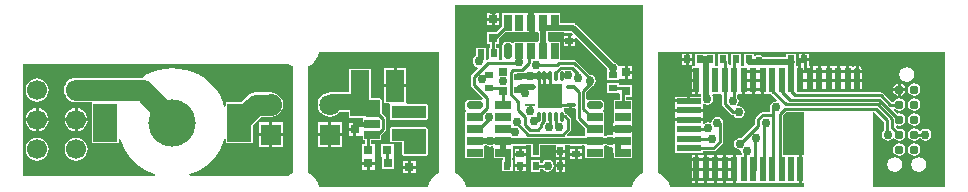
<source format=gtl>
G04 Layer_Physical_Order=1*
G04 Layer_Color=255*
%FSLAX25Y25*%
%MOIN*%
G70*
G01*
G75*
%ADD10O,0.01102X0.03347*%
%ADD11O,0.03347X0.01102*%
%ADD12R,0.03347X0.01102*%
%ADD13R,0.08071X0.08071*%
%ADD14C,0.03100*%
%ADD15R,0.05315X0.02559*%
G04:AMPARAMS|DCode=16|XSize=53.15mil|YSize=25.59mil|CornerRadius=6.4mil|HoleSize=0mil|Usage=FLASHONLY|Rotation=0.000|XOffset=0mil|YOffset=0mil|HoleType=Round|Shape=RoundedRectangle|*
%AMROUNDEDRECTD16*
21,1,0.05315,0.01280,0,0,0.0*
21,1,0.04035,0.02559,0,0,0.0*
1,1,0.01280,0.02018,-0.00640*
1,1,0.01280,-0.02018,-0.00640*
1,1,0.01280,-0.02018,0.00640*
1,1,0.01280,0.02018,0.00640*
%
%ADD16ROUNDEDRECTD16*%
%ADD17R,0.02165X0.03110*%
%ADD18R,0.03150X0.03150*%
%ADD19R,0.01969X0.08268*%
%ADD20R,0.08268X0.01969*%
G04:AMPARAMS|DCode=21|XSize=82.68mil|YSize=19.69mil|CornerRadius=4.92mil|HoleSize=0mil|Usage=FLASHONLY|Rotation=270.000|XOffset=0mil|YOffset=0mil|HoleType=Round|Shape=RoundedRectangle|*
%AMROUNDEDRECTD21*
21,1,0.08268,0.00984,0,0,270.0*
21,1,0.07284,0.01969,0,0,270.0*
1,1,0.00984,-0.00492,-0.03642*
1,1,0.00984,-0.00492,0.03642*
1,1,0.00984,0.00492,0.03642*
1,1,0.00984,0.00492,-0.03642*
%
%ADD21ROUNDEDRECTD21*%
%ADD22R,0.07992X0.12520*%
%ADD23C,0.15748*%
%ADD24R,0.06299X0.10630*%
%ADD25R,0.04724X0.03937*%
%ADD26R,0.03150X0.03150*%
%ADD27R,0.02756X0.02362*%
%ADD28R,0.02362X0.02756*%
%ADD29R,0.02559X0.05315*%
G04:AMPARAMS|DCode=30|XSize=53.15mil|YSize=25.59mil|CornerRadius=6.4mil|HoleSize=0mil|Usage=FLASHONLY|Rotation=90.000|XOffset=0mil|YOffset=0mil|HoleType=Round|Shape=RoundedRectangle|*
%AMROUNDEDRECTD30*
21,1,0.05315,0.01280,0,0,90.0*
21,1,0.04035,0.02559,0,0,90.0*
1,1,0.01280,0.00640,0.02018*
1,1,0.01280,0.00640,-0.02018*
1,1,0.01280,-0.00640,-0.02018*
1,1,0.01280,-0.00640,0.02018*
%
%ADD30ROUNDEDRECTD30*%
%ADD31C,0.07087*%
%ADD32C,0.01000*%
%ADD33C,0.01969*%
%ADD34C,0.01772*%
%ADD35R,0.09941X0.05610*%
%ADD36R,0.06398X0.01083*%
%ADD37R,0.11713X0.04331*%
%ADD38R,0.11713X0.03937*%
%ADD39R,0.10236X0.05610*%
%ADD40R,0.07480X0.05315*%
%ADD41C,0.06693*%
%ADD42C,0.07087*%
%ADD43R,0.07087X0.07087*%
%ADD44C,0.02756*%
%ADD45C,0.02953*%
G36*
X308240Y1012D02*
X284193D01*
Y26162D01*
X284809D01*
X288025Y22946D01*
Y20137D01*
X287852Y20022D01*
X287417Y19370D01*
X287264Y18602D01*
X287417Y17834D01*
X287852Y17183D01*
X288503Y16748D01*
X289271Y16595D01*
X290039Y16748D01*
X290691Y17183D01*
X290833Y17396D01*
X291434D01*
X291598Y17150D01*
X292274Y16698D01*
X293071Y16540D01*
X293867Y16698D01*
X294543Y17150D01*
X294994Y17825D01*
X295153Y18622D01*
X294994Y19419D01*
X294543Y20094D01*
X293867Y20546D01*
X293071Y20704D01*
X292527Y20596D01*
X291907Y21216D01*
X291924Y21331D01*
X291997Y21407D01*
X292478Y21658D01*
X293071Y21540D01*
X293867Y21698D01*
X294543Y22150D01*
X294994Y22825D01*
X295153Y23622D01*
X294994Y24419D01*
X294543Y25094D01*
X293867Y25546D01*
X293071Y25704D01*
X292468Y25584D01*
X291285Y26767D01*
X291472Y27288D01*
X291504Y27291D01*
X291598Y27150D01*
X292274Y26698D01*
X293071Y26540D01*
X293867Y26698D01*
X294543Y27150D01*
X294994Y27825D01*
X295153Y28622D01*
X294994Y29419D01*
X294543Y30094D01*
X293867Y30546D01*
X293071Y30704D01*
X292274Y30546D01*
X291598Y30094D01*
X291290Y29634D01*
X290529D01*
X287762Y32400D01*
X287434Y32620D01*
X287047Y32697D01*
X287027Y32693D01*
X287008Y32697D01*
X280955D01*
X280539Y33169D01*
Y36311D01*
X279035D01*
Y36811D01*
X278535D01*
Y41463D01*
X278156Y41387D01*
X277870Y41196D01*
X277664Y41245D01*
X277370Y41383D01*
Y41445D01*
X276385D01*
Y36811D01*
X275385D01*
Y41445D01*
X274401D01*
Y41445D01*
X274220D01*
Y41445D01*
X273236D01*
Y36811D01*
X272236D01*
Y41445D01*
X271252D01*
Y41445D01*
X271071D01*
Y41445D01*
X270086D01*
Y36811D01*
X269086D01*
Y41445D01*
X268102D01*
Y41445D01*
X267921D01*
Y41445D01*
X266937D01*
Y36811D01*
X265937D01*
Y41445D01*
X264953D01*
Y41445D01*
X264772D01*
Y41445D01*
X263295D01*
X263000Y41823D01*
X263000Y41945D01*
Y43201D01*
X261319D01*
X259638D01*
Y41911D01*
X259266Y41514D01*
X258884Y41519D01*
X258661Y41831D01*
X258661Y41942D01*
Y42670D01*
X258690Y42815D01*
X258661Y42960D01*
Y45571D01*
X255315D01*
Y44320D01*
X247885D01*
X247679Y44628D01*
X247028Y45063D01*
X246260Y45216D01*
X245492Y45063D01*
X245087Y44792D01*
X244586Y45059D01*
Y45571D01*
X241240D01*
Y41831D01*
X240996Y41489D01*
X240500D01*
X240256Y41831D01*
X240256Y41945D01*
Y45571D01*
X236909D01*
Y41831D01*
X236901Y41818D01*
X236790Y41671D01*
X236556Y41671D01*
X236122Y42121D01*
Y45571D01*
X232775D01*
Y41937D01*
X232775Y41831D01*
X232519Y41437D01*
X232048D01*
X231791Y41831D01*
Y45571D01*
X228445D01*
Y45571D01*
X225098D01*
Y41945D01*
X225098Y41831D01*
X224875Y41519D01*
X224494Y41514D01*
X224122Y41911D01*
X224122Y42112D01*
Y43201D01*
X222941D01*
Y41823D01*
X223622D01*
X223713Y41823D01*
X224008Y41445D01*
X224008Y41331D01*
X224008Y41183D01*
Y37311D01*
X225492D01*
Y36811D01*
X225992D01*
Y32177D01*
X226829D01*
X227077Y31719D01*
X226910Y31307D01*
X223433D01*
Y29823D01*
X222933D01*
Y29323D01*
X218299D01*
Y28657D01*
X218299Y28339D01*
X218299Y27839D01*
Y27173D01*
X227567D01*
Y27839D01*
X227567Y28157D01*
X227567Y28688D01*
X228067Y28956D01*
X228366Y28756D01*
X229134Y28603D01*
X229902Y28756D01*
X230553Y29191D01*
X230988Y29842D01*
X231141Y30610D01*
X230988Y31378D01*
X230783Y31685D01*
X231050Y32185D01*
X232964D01*
X233267Y32185D01*
X233576D01*
X233929Y31831D01*
Y28891D01*
X234006Y28504D01*
X234226Y28176D01*
X237034Y25367D01*
X237363Y25148D01*
X237750Y25071D01*
X237875D01*
X238148Y24663D01*
X238799Y24228D01*
X239567Y24075D01*
X240335Y24228D01*
X240986Y24663D01*
X241421Y25314D01*
X241574Y26083D01*
X241421Y26851D01*
X240986Y27502D01*
X240335Y27937D01*
X239567Y28090D01*
X239218Y28020D01*
X239087Y28189D01*
X238971Y28481D01*
X239354Y29055D01*
X239507Y29823D01*
X239354Y30591D01*
X239102Y30969D01*
Y31750D01*
X239602Y32180D01*
X239756Y32177D01*
X240064Y32177D01*
X240740D01*
Y36811D01*
X241740D01*
Y32177D01*
X242724D01*
X242724Y32177D01*
X242905D01*
Y32177D01*
X243224Y32177D01*
X243889D01*
Y36811D01*
X244889D01*
Y32177D01*
X245874D01*
X245874Y32177D01*
X246055D01*
Y32177D01*
X246374Y32177D01*
X247039D01*
Y36811D01*
X248039D01*
Y32177D01*
X249023D01*
Y32177D01*
X249212Y32185D01*
Y32185D01*
X250243D01*
X252324Y30104D01*
X252078Y29643D01*
X251969Y29665D01*
X251201Y29512D01*
X250549Y29077D01*
X250114Y28425D01*
X249961Y27657D01*
X250111Y26907D01*
Y26216D01*
X247698D01*
X247311Y26139D01*
X246983Y25920D01*
X245438Y24376D01*
X245219Y24047D01*
X245142Y23660D01*
Y22053D01*
X240533Y17444D01*
X239961Y17558D01*
X239193Y17405D01*
X238541Y16970D01*
X238106Y16319D01*
X237953Y15551D01*
X238106Y14783D01*
X238541Y14132D01*
X239193Y13697D01*
X239961Y13544D01*
X240106Y13573D01*
X240459Y13219D01*
X240414Y12992D01*
X240567Y12224D01*
X240575Y12213D01*
X240433Y11713D01*
X240071D01*
X239575Y11721D01*
X239267Y11721D01*
X238590D01*
Y7087D01*
Y2453D01*
X239267D01*
X239574Y2453D01*
X240071Y2461D01*
X242716D01*
Y2461D01*
X242913D01*
Y2461D01*
X245563D01*
X245866Y2461D01*
Y2461D01*
X246063D01*
Y2461D01*
X248712D01*
X249015Y2461D01*
Y2461D01*
X249212D01*
Y2461D01*
X252165D01*
Y2461D01*
X252362D01*
Y2461D01*
X255012D01*
X255315Y2461D01*
X255815Y2461D01*
X258157D01*
X258653Y2453D01*
X258961Y2453D01*
X259638D01*
Y7087D01*
Y11721D01*
X258961D01*
X258653Y11721D01*
X258157Y11713D01*
X255815D01*
X255512Y11713D01*
X255012Y11713D01*
X254358D01*
Y25027D01*
X255492Y26162D01*
X261474D01*
Y11721D01*
X260638D01*
Y7087D01*
Y2453D01*
X261474D01*
Y1012D01*
X216565D01*
X216541Y1254D01*
X216176Y2460D01*
X215581Y3571D01*
X214782Y4546D01*
X213808Y5345D01*
X212745Y5913D01*
Y46233D01*
X308240D01*
Y1012D01*
D02*
G37*
G36*
X89834Y41899D02*
X90897Y41331D01*
Y5913D01*
X89834Y5345D01*
X89351Y4949D01*
X56574D01*
X56491Y5449D01*
X57733Y5870D01*
X59862Y6920D01*
X61836Y8239D01*
X63621Y9804D01*
X65187Y11589D01*
X66505Y13563D01*
X67555Y15692D01*
X68103Y17305D01*
X68603Y17222D01*
Y15886D01*
X77579D01*
Y21921D01*
X80229Y24572D01*
X83413D01*
X83563Y24552D01*
X84616Y24690D01*
X85598Y25097D01*
X86441Y25744D01*
X86474Y25777D01*
X87121Y26620D01*
X87527Y27602D01*
X87666Y28655D01*
X87527Y29708D01*
X87121Y30690D01*
X86474Y31533D01*
X85631Y32180D01*
X84649Y32587D01*
X83596Y32725D01*
X83495Y32712D01*
X78543D01*
X77490Y32573D01*
X76508Y32167D01*
X75665Y31520D01*
X73535Y29390D01*
X68603D01*
Y28053D01*
X68103Y27970D01*
X67555Y29583D01*
X66505Y31712D01*
X65187Y33686D01*
X63621Y35471D01*
X61836Y37036D01*
X59862Y38355D01*
X57733Y39405D01*
X55485Y40168D01*
X53157Y40632D01*
X50788Y40787D01*
X48419Y40632D01*
X46091Y40168D01*
X43843Y39405D01*
X41713Y38355D01*
X40515Y37554D01*
X18701D01*
X17647Y37416D01*
X16666Y37009D01*
X15823Y36362D01*
X15176Y35519D01*
X14769Y34538D01*
X14630Y33484D01*
X14769Y32431D01*
X15176Y31449D01*
X15823Y30606D01*
X16666Y29959D01*
X17647Y29553D01*
X18701Y29414D01*
X23507D01*
X23997Y29390D01*
Y15886D01*
X32973D01*
Y17222D01*
X33473Y17305D01*
X34020Y15692D01*
X35070Y13563D01*
X36389Y11589D01*
X37955Y9804D01*
X39739Y8239D01*
X41713Y6920D01*
X43843Y5870D01*
X45085Y5449D01*
X45002Y4949D01*
X1012D01*
Y42296D01*
X89351D01*
X89834Y41899D01*
D02*
G37*
G36*
X139814Y5913D02*
X138751Y5345D01*
X137777Y4546D01*
X136978Y3571D01*
X136384Y2460D01*
X136018Y1254D01*
X135994Y1012D01*
X99734D01*
X99711Y1254D01*
X99345Y2460D01*
X98751Y3571D01*
X97951Y4546D01*
X96977Y5345D01*
X95915Y5913D01*
Y41331D01*
X96977Y41899D01*
X97951Y42698D01*
X98751Y43673D01*
X99345Y44784D01*
X99711Y45990D01*
X99734Y46233D01*
X139814D01*
Y5913D01*
D02*
G37*
G36*
X207727D02*
X206665Y5345D01*
X205691Y4546D01*
X204891Y3571D01*
X204297Y2460D01*
X203931Y1254D01*
X203907Y1012D01*
X148652D01*
X148628Y1254D01*
X148262Y2460D01*
X147668Y3571D01*
X146869Y4546D01*
X145894Y5345D01*
X144832Y5913D01*
Y61981D01*
X207727D01*
Y5913D01*
D02*
G37*
%LPC*%
G36*
X236606Y11721D02*
X236106Y11721D01*
X235441D01*
Y7086D01*
Y2453D01*
X236106D01*
X236425Y2453D01*
X236925Y2453D01*
X237590D01*
Y7087D01*
Y11721D01*
X236925D01*
X236606Y11721D01*
D02*
G37*
G36*
X233456D02*
X232957Y11721D01*
X232291D01*
Y7086D01*
Y2453D01*
X232957D01*
X233275Y2453D01*
X233775Y2453D01*
X234441D01*
Y7086D01*
Y11721D01*
X233775D01*
X233456Y11721D01*
D02*
G37*
G36*
X230307D02*
X229807Y11721D01*
X229142D01*
Y7086D01*
Y2453D01*
X229807D01*
X230126Y2453D01*
X230626Y2453D01*
X231291D01*
Y7086D01*
Y11721D01*
X230626D01*
X230307Y11721D01*
D02*
G37*
G36*
X298071Y15704D02*
X297274Y15546D01*
X296598Y15094D01*
X296147Y14419D01*
X295988Y13622D01*
X296147Y12825D01*
X296598Y12150D01*
X297274Y11698D01*
X298071Y11540D01*
X298867Y11698D01*
X299543Y12150D01*
X299994Y12825D01*
X300153Y13622D01*
X299994Y14419D01*
X299543Y15094D01*
X298867Y15546D01*
X298071Y15704D01*
D02*
G37*
G36*
X293071D02*
X292274Y15546D01*
X291598Y15094D01*
X291147Y14419D01*
X290988Y13622D01*
X291147Y12825D01*
X291598Y12150D01*
X292274Y11698D01*
X293071Y11540D01*
X293867Y11698D01*
X294543Y12150D01*
X294994Y12825D01*
X295153Y13622D01*
X294994Y14419D01*
X294543Y15094D01*
X293867Y15546D01*
X293071Y15704D01*
D02*
G37*
G36*
X298071Y20704D02*
X297274Y20546D01*
X296598Y20094D01*
X296147Y19419D01*
X295988Y18622D01*
X296147Y17825D01*
X296598Y17150D01*
X297274Y16698D01*
X298071Y16540D01*
X298867Y16698D01*
X299543Y17150D01*
X299658Y17322D01*
X300259D01*
X300352Y17183D01*
X301003Y16748D01*
X301771Y16595D01*
X302539Y16748D01*
X303191Y17183D01*
X303626Y17834D01*
X303779Y18602D01*
X303626Y19371D01*
X303191Y20022D01*
X302539Y20457D01*
X301771Y20609D01*
X301003Y20457D01*
X300352Y20022D01*
X300269Y19897D01*
X299675D01*
X299543Y20094D01*
X298867Y20546D01*
X298071Y20704D01*
D02*
G37*
G36*
X299571Y11112D02*
X298618Y10922D01*
X297810Y10383D01*
X297270Y9575D01*
X297081Y8622D01*
X297270Y7669D01*
X297810Y6861D01*
X298618Y6322D01*
X299571Y6132D01*
X300523Y6322D01*
X301331Y6861D01*
X301871Y7669D01*
X302061Y8622D01*
X301871Y9575D01*
X301331Y10383D01*
X300523Y10922D01*
X299571Y11112D01*
D02*
G37*
G36*
X291571D02*
X290618Y10922D01*
X289810Y10383D01*
X289270Y9575D01*
X289081Y8622D01*
X289270Y7669D01*
X289810Y6861D01*
X290618Y6322D01*
X291571Y6132D01*
X292524Y6322D01*
X293331Y6861D01*
X293871Y7669D01*
X294061Y8622D01*
X293871Y9575D01*
X293331Y10383D01*
X292524Y10922D01*
X291571Y11112D01*
D02*
G37*
G36*
X227157Y11721D02*
X226657Y11721D01*
X225992D01*
Y7087D01*
Y2453D01*
X226657D01*
X226976Y2453D01*
X227476Y2453D01*
X228142D01*
Y7086D01*
Y11721D01*
X227476D01*
X227157Y11721D01*
D02*
G37*
G36*
X224992Y6587D02*
X224008D01*
Y2453D01*
X224992D01*
Y6587D01*
D02*
G37*
G36*
Y11721D02*
X224008D01*
Y7587D01*
X224992D01*
Y11721D01*
D02*
G37*
G36*
X295571Y41112D02*
X294618Y40922D01*
X293810Y40383D01*
X293270Y39575D01*
X293081Y38622D01*
X293270Y37669D01*
X293810Y36861D01*
X294618Y36322D01*
X295571Y36132D01*
X296523Y36322D01*
X297331Y36861D01*
X297871Y37669D01*
X298061Y38622D01*
X297871Y39575D01*
X297331Y40383D01*
X296523Y40922D01*
X295571Y41112D01*
D02*
G37*
G36*
X279535Y41463D02*
Y37311D01*
X280539D01*
Y40453D01*
X280462Y40840D01*
X280243Y41168D01*
X279914Y41387D01*
X279535Y41463D01*
D02*
G37*
G36*
X221941Y43201D02*
X220760D01*
Y41823D01*
X221941D01*
Y43201D01*
D02*
G37*
G36*
X224992Y36311D02*
X224008D01*
Y32177D01*
X224992D01*
Y36311D01*
D02*
G37*
G36*
X292571Y35613D02*
X292271Y35553D01*
X291593Y35100D01*
X291140Y34422D01*
X291080Y34122D01*
X292571D01*
Y35613D01*
D02*
G37*
G36*
X293571Y35613D02*
Y34122D01*
X295061D01*
X295002Y34422D01*
X294549Y35100D01*
X293870Y35553D01*
X293571Y35613D01*
D02*
G37*
G36*
X221941Y45579D02*
X220760D01*
Y44201D01*
X221941D01*
Y45579D01*
D02*
G37*
G36*
X260819Y45579D02*
X259638D01*
Y44201D01*
X260819D01*
Y45579D01*
D02*
G37*
G36*
X224122Y45579D02*
X222941D01*
Y44201D01*
X224122D01*
Y45579D01*
D02*
G37*
G36*
X263000Y45579D02*
X261819D01*
Y44201D01*
X263000D01*
Y45579D01*
D02*
G37*
G36*
X298071Y25704D02*
X297274Y25546D01*
X296598Y25094D01*
X296147Y24419D01*
X295988Y23622D01*
X296147Y22825D01*
X296598Y22150D01*
X297274Y21698D01*
X298071Y21540D01*
X298867Y21698D01*
X299543Y22150D01*
X299994Y22825D01*
X300153Y23622D01*
X299994Y24419D01*
X299543Y25094D01*
X298867Y25546D01*
X298071Y25704D01*
D02*
G37*
G36*
X232480Y24546D02*
X231712Y24394D01*
X231061Y23958D01*
X230626Y23307D01*
X230521Y22777D01*
X230006Y22520D01*
X230000Y22524D01*
X229232Y22676D01*
X228464Y22524D01*
X228067Y22258D01*
X227567Y22525D01*
Y23024D01*
X218299D01*
Y22347D01*
X218299Y22040D01*
X218307Y21543D01*
Y18898D01*
X218307D01*
Y18701D01*
X218307D01*
Y15748D01*
X218307D01*
Y15551D01*
X218307D01*
Y12598D01*
X227559D01*
Y13063D01*
X231149D01*
X231536Y13140D01*
X231864Y13360D01*
X233991Y15487D01*
X233991Y15487D01*
X234210Y15815D01*
X234287Y16202D01*
X234287Y16202D01*
Y18247D01*
X234279Y18287D01*
Y21688D01*
X234335Y21771D01*
X234487Y22539D01*
X234335Y23307D01*
X233899Y23958D01*
X233248Y24394D01*
X232480Y24546D01*
D02*
G37*
G36*
X227567Y26173D02*
X218299D01*
Y25508D01*
X218299Y25189D01*
X218299Y24689D01*
Y24024D01*
X227567D01*
Y24689D01*
X227567Y25008D01*
X227567Y25508D01*
Y26173D01*
D02*
G37*
G36*
X295061Y33122D02*
X293571D01*
Y31631D01*
X293870Y31691D01*
X294549Y32144D01*
X295002Y32822D01*
X295061Y33122D01*
D02*
G37*
G36*
X222433Y31307D02*
X218299D01*
Y30323D01*
X222433D01*
Y31307D01*
D02*
G37*
G36*
X292571Y33122D02*
X291080D01*
X291140Y32822D01*
X291593Y32144D01*
X292271Y31691D01*
X292571Y31631D01*
Y33122D01*
D02*
G37*
G36*
X298071Y35704D02*
X297274Y35546D01*
X296598Y35094D01*
X296147Y34419D01*
X295988Y33622D01*
X296147Y32825D01*
X296598Y32150D01*
X297274Y31698D01*
X298071Y31540D01*
X298867Y31698D01*
X299543Y32150D01*
X299994Y32825D01*
X300153Y33622D01*
X299994Y34419D01*
X299543Y35094D01*
X298867Y35546D01*
X298071Y35704D01*
D02*
G37*
G36*
Y30704D02*
X297274Y30546D01*
X296598Y30094D01*
X296147Y29419D01*
X295988Y28622D01*
X296147Y27825D01*
X296598Y27150D01*
X297274Y26698D01*
X298071Y26540D01*
X298867Y26698D01*
X299543Y27150D01*
X299994Y27825D01*
X300153Y28622D01*
X299994Y29419D01*
X299543Y30094D01*
X298867Y30546D01*
X298071Y30704D01*
D02*
G37*
G36*
X87606Y22665D02*
X84063D01*
Y19122D01*
X87606D01*
Y22665D01*
D02*
G37*
G36*
X83063D02*
X79520D01*
Y19122D01*
X83063D01*
Y22665D01*
D02*
G37*
G36*
X87606Y18122D02*
X84063D01*
Y14579D01*
X87606D01*
Y18122D01*
D02*
G37*
G36*
X83063D02*
X79520D01*
Y14579D01*
X83063D01*
Y18122D01*
D02*
G37*
G36*
X5709Y17651D02*
X4707Y17519D01*
X3773Y17132D01*
X2971Y16517D01*
X2356Y15715D01*
X1969Y14782D01*
X1837Y13780D01*
X1969Y12777D01*
X2356Y11844D01*
X2971Y11042D01*
X3773Y10426D01*
X4707Y10040D01*
X5709Y9908D01*
X6711Y10040D01*
X7644Y10426D01*
X8446Y11042D01*
X9062Y11844D01*
X9448Y12777D01*
X9580Y13780D01*
X9448Y14782D01*
X9062Y15715D01*
X8446Y16517D01*
X7644Y17132D01*
X6711Y17519D01*
X5709Y17651D01*
D02*
G37*
G36*
X18701D02*
X17699Y17519D01*
X16765Y17132D01*
X15963Y16517D01*
X15348Y15715D01*
X14961Y14782D01*
X14829Y13780D01*
X14961Y12777D01*
X15348Y11844D01*
X15963Y11042D01*
X16765Y10426D01*
X17699Y10040D01*
X18701Y9908D01*
X19703Y10040D01*
X20637Y10426D01*
X21439Y11042D01*
X22054Y11844D01*
X22441Y12777D01*
X22572Y13780D01*
X22441Y14782D01*
X22054Y15715D01*
X21439Y16517D01*
X20637Y17132D01*
X19703Y17519D01*
X18701Y17651D01*
D02*
G37*
G36*
X22514Y23122D02*
X19201D01*
Y19808D01*
X19705Y19875D01*
X20641Y20262D01*
X21444Y20879D01*
X22061Y21682D01*
X22448Y22618D01*
X22514Y23122D01*
D02*
G37*
G36*
X18201D02*
X14887D01*
X14953Y22618D01*
X15341Y21682D01*
X15957Y20879D01*
X16761Y20262D01*
X17697Y19875D01*
X18201Y19808D01*
Y23122D01*
D02*
G37*
G36*
X5209Y23122D02*
X1895D01*
X1961Y22618D01*
X2349Y21682D01*
X2965Y20879D01*
X3769Y20262D01*
X4704Y19875D01*
X5209Y19808D01*
Y23122D01*
D02*
G37*
G36*
X9522D02*
X6209D01*
Y19808D01*
X6713Y19875D01*
X7648Y20262D01*
X8452Y20879D01*
X9069Y21682D01*
X9456Y22618D01*
X9522Y23122D01*
D02*
G37*
G36*
X5709Y37336D02*
X4707Y37204D01*
X3773Y36818D01*
X2971Y36202D01*
X2356Y35400D01*
X1969Y34467D01*
X1837Y33465D01*
X1969Y32462D01*
X2356Y31529D01*
X2971Y30727D01*
X3773Y30112D01*
X4707Y29725D01*
X5709Y29593D01*
X6711Y29725D01*
X7644Y30112D01*
X8446Y30727D01*
X9062Y31529D01*
X9448Y32462D01*
X9580Y33465D01*
X9448Y34467D01*
X9062Y35400D01*
X8446Y36202D01*
X7644Y36818D01*
X6711Y37204D01*
X5709Y37336D01*
D02*
G37*
G36*
X6209Y27436D02*
Y24122D01*
X9522D01*
X9456Y24626D01*
X9069Y25562D01*
X8452Y26365D01*
X7648Y26982D01*
X6713Y27369D01*
X6209Y27436D01*
D02*
G37*
G36*
X5209Y27436D02*
X4704Y27369D01*
X3769Y26982D01*
X2965Y26365D01*
X2349Y25562D01*
X1961Y24626D01*
X1895Y24122D01*
X5209D01*
Y27436D01*
D02*
G37*
G36*
X18201Y27436D02*
X17697Y27369D01*
X16761Y26982D01*
X15957Y26365D01*
X15341Y25562D01*
X14953Y24626D01*
X14887Y24122D01*
X18201D01*
Y27436D01*
D02*
G37*
G36*
X19201Y27436D02*
Y24122D01*
X22514D01*
X22448Y24626D01*
X22061Y25562D01*
X21444Y26365D01*
X20641Y26982D01*
X19705Y27369D01*
X19201Y27436D01*
D02*
G37*
G36*
X135433Y21104D02*
X123721D01*
X123344Y20947D01*
X123188Y20571D01*
Y16634D01*
X123344Y16257D01*
X123721Y16101D01*
X127420D01*
Y12106D01*
X127576Y11730D01*
X127953Y11574D01*
X135433D01*
X135810Y11730D01*
X135966Y12106D01*
Y17421D01*
Y20571D01*
X135810Y20947D01*
X135433Y21104D01*
D02*
G37*
G36*
X107291Y18122D02*
X103748D01*
Y14579D01*
X107291D01*
Y18122D01*
D02*
G37*
G36*
X111114Y19874D02*
X109540D01*
Y18299D01*
X111114D01*
Y19874D01*
D02*
G37*
G36*
X102748Y18122D02*
X99205D01*
Y14579D01*
X102748D01*
Y18122D01*
D02*
G37*
G36*
X115642Y8555D02*
X114067D01*
Y6980D01*
X115642D01*
Y8555D01*
D02*
G37*
G36*
X129323Y7276D02*
X127748D01*
Y5701D01*
X129323D01*
Y7276D01*
D02*
G37*
G36*
X131898D02*
X130323D01*
Y5701D01*
X131898D01*
Y7276D01*
D02*
G37*
G36*
X118217Y8555D02*
X116642D01*
Y6980D01*
X118217D01*
Y8555D01*
D02*
G37*
G36*
X124508Y15551D02*
X120374D01*
Y11417D01*
X120374D01*
X120571Y11122D01*
Y6988D01*
X124705D01*
Y11122D01*
X124705D01*
X124508Y11417D01*
Y15551D01*
D02*
G37*
G36*
X129323Y9850D02*
X127748D01*
Y8275D01*
X129323D01*
Y9850D01*
D02*
G37*
G36*
X131898D02*
X130323D01*
Y8275D01*
X131898D01*
Y9850D01*
D02*
G37*
G36*
X128748Y40657D02*
X125599D01*
Y35342D01*
X128748D01*
Y40657D01*
D02*
G37*
G36*
X116929Y40650D02*
X109646D01*
Y32718D01*
X103346D01*
X103276Y32689D01*
X103248Y32692D01*
X102195Y32554D01*
X101213Y32147D01*
X100370Y31500D01*
X99723Y30657D01*
X99317Y29675D01*
X99178Y28622D01*
X99317Y27569D01*
X99723Y26587D01*
X100370Y25744D01*
X101213Y25097D01*
X102195Y24690D01*
X103248Y24552D01*
X104302Y24690D01*
X105283Y25097D01*
X106126Y25744D01*
X106355Y26042D01*
X109507D01*
Y24606D01*
X109663Y24230D01*
X110039Y24074D01*
X113686D01*
X114165Y24024D01*
Y22506D01*
X113689Y22449D01*
X113665Y22449D01*
X112114D01*
Y20374D01*
Y18299D01*
X113673D01*
X113689Y18299D01*
X114173Y18261D01*
Y16732D01*
X115130D01*
Y15551D01*
X114075D01*
Y11626D01*
X114067Y11130D01*
X114067Y10921D01*
Y9555D01*
X116142D01*
X118217D01*
Y10921D01*
X118217Y11130D01*
X118209Y11626D01*
Y15551D01*
X117153D01*
Y16732D01*
X120473D01*
Y18623D01*
X121688Y19838D01*
X121907Y20166D01*
X121984Y20554D01*
Y23934D01*
X121984Y23934D01*
X121907Y24322D01*
X121688Y24650D01*
X121688Y24650D01*
X120513Y25825D01*
Y30217D01*
X120357Y30593D01*
X119980Y30749D01*
X116929D01*
Y40650D01*
D02*
G37*
G36*
X124599Y40657D02*
X121449D01*
Y35342D01*
X124599D01*
Y40657D01*
D02*
G37*
G36*
X111114Y22449D02*
X109540D01*
Y20874D01*
X111114D01*
Y22449D01*
D02*
G37*
G36*
X128748Y34343D02*
X121449D01*
Y29028D01*
X122897D01*
X123222Y28528D01*
X123188Y28445D01*
Y24114D01*
X123344Y23738D01*
X123721Y23582D01*
X135433D01*
X135810Y23738D01*
X135966Y24114D01*
Y28445D01*
X135810Y28822D01*
X135433Y28978D01*
X129227D01*
X128748Y29028D01*
X128748Y29478D01*
Y34343D01*
D02*
G37*
G36*
X107291Y22665D02*
X103748D01*
Y19122D01*
X107291D01*
Y22665D01*
D02*
G37*
G36*
X102748D02*
X99205D01*
Y19122D01*
X102748D01*
Y22665D01*
D02*
G37*
G36*
X179598Y12591D02*
X178516D01*
Y11035D01*
X179598D01*
Y12591D01*
D02*
G37*
G36*
X187213Y11508D02*
X185835D01*
Y10327D01*
X187213D01*
Y11508D01*
D02*
G37*
G36*
X181681Y12591D02*
X180598D01*
Y11035D01*
X181681D01*
Y12591D01*
D02*
G37*
G36*
X184835Y13689D02*
X183457D01*
Y12508D01*
X184835D01*
Y13689D01*
D02*
G37*
G36*
X166240Y13697D02*
X164862D01*
Y12516D01*
X166240D01*
Y13697D01*
D02*
G37*
G36*
X187213Y13689D02*
X185835D01*
Y12508D01*
X187213D01*
Y13689D01*
D02*
G37*
G36*
X168618Y13697D02*
X167240D01*
Y12516D01*
X168618D01*
Y13697D01*
D02*
G37*
G36*
X166323Y7776D02*
X165142D01*
Y6398D01*
X166323D01*
Y7776D01*
D02*
G37*
G36*
X168504D02*
X167323D01*
Y6398D01*
X168504D01*
Y7776D01*
D02*
G37*
G36*
X181681Y7669D02*
X180598D01*
Y6114D01*
X181681D01*
Y7669D01*
D02*
G37*
G36*
X179598D02*
X178516D01*
Y6114D01*
X179598D01*
Y7669D01*
D02*
G37*
G36*
X175886Y10275D02*
X175118Y10122D01*
X174467Y9687D01*
X174194Y9279D01*
X173445D01*
Y10217D01*
X170295D01*
Y6122D01*
X173445D01*
Y7256D01*
X174194D01*
X174467Y6848D01*
X175118Y6413D01*
X175886Y6261D01*
X176654Y6413D01*
X177305Y6848D01*
X177740Y7500D01*
X177893Y8268D01*
X177740Y9036D01*
X177305Y9687D01*
X176654Y10122D01*
X175886Y10275D01*
D02*
G37*
G36*
X168618Y11516D02*
X166740D01*
X164862D01*
Y10538D01*
X164862Y10335D01*
X165142Y9950D01*
X165142Y9835D01*
Y8776D01*
X166823D01*
X168504D01*
Y9882D01*
X168618Y10335D01*
X168618Y10606D01*
Y11516D01*
D02*
G37*
G36*
X184835Y11508D02*
X183457D01*
Y10327D01*
X184835D01*
Y11508D01*
D02*
G37*
G36*
X181681Y10225D02*
X180598D01*
Y8669D01*
X181681D01*
Y10225D01*
D02*
G37*
G36*
X179598D02*
X178516D01*
Y8669D01*
X179598D01*
Y10225D01*
D02*
G37*
G36*
X204142Y38870D02*
X202567D01*
Y37295D01*
X204142D01*
Y38870D01*
D02*
G37*
G36*
X202567Y41445D02*
Y39870D01*
X204142D01*
Y41445D01*
X202567D01*
D02*
G37*
G36*
X159752Y56587D02*
X158177D01*
Y55012D01*
X159752D01*
Y56587D01*
D02*
G37*
G36*
X157177D02*
X155602D01*
Y55012D01*
X157177D01*
Y56587D01*
D02*
G37*
G36*
Y59161D02*
X155602D01*
Y57587D01*
X157177D01*
Y59161D01*
D02*
G37*
G36*
X172193Y59063D02*
X172082Y59063D01*
X170913D01*
Y55905D01*
Y52748D01*
X172082D01*
X172193Y52748D01*
X172345Y52750D01*
X172845Y52320D01*
Y49996D01*
X172579Y49606D01*
X172185D01*
Y49606D01*
X172079Y49606D01*
X168642D01*
X168642Y49606D01*
X168248Y49606D01*
Y49606D01*
X168142Y49606D01*
X164705D01*
Y49364D01*
X164604Y49280D01*
X163995Y49290D01*
X163621Y49541D01*
X163179Y49628D01*
X161900D01*
X161458Y49541D01*
X161083Y49290D01*
X160833Y48916D01*
X160746Y48474D01*
Y44439D01*
X160807Y44130D01*
X160523Y43630D01*
X160035D01*
X159646Y43898D01*
X159646Y44130D01*
Y47638D01*
X158689D01*
Y48720D01*
X159744D01*
Y50833D01*
X161667Y52756D01*
X164205D01*
X164311Y52756D01*
X164705D01*
X164811Y52756D01*
X168137D01*
X168634Y52748D01*
X168745Y52748D01*
X169913D01*
Y55905D01*
Y59063D01*
X168745D01*
X168634Y59063D01*
X168137Y59055D01*
X164811D01*
X164705Y59055D01*
X164311D01*
X164205Y59055D01*
X160768D01*
Y54718D01*
X158904Y52854D01*
X155610D01*
Y48720D01*
X156666D01*
Y47638D01*
X156299D01*
X156299Y43932D01*
X156061Y43729D01*
X155913Y43623D01*
X155682Y43577D01*
X155356Y43905D01*
X155315Y43975D01*
Y47638D01*
X151969D01*
Y44886D01*
X151435Y44530D01*
X151000Y43878D01*
X150847Y43110D01*
X151000Y42342D01*
X151435Y41691D01*
X152086Y41256D01*
X152386Y41196D01*
X152551Y40654D01*
X150556Y38659D01*
X150337Y38331D01*
X150259Y37944D01*
Y35048D01*
X150337Y34661D01*
X150556Y34332D01*
X154238Y30651D01*
X154214Y30488D01*
X153655Y30128D01*
X153593Y30140D01*
X149557D01*
X149115Y30052D01*
X148741Y29802D01*
X148491Y29428D01*
X148403Y28986D01*
Y27707D01*
X148491Y27265D01*
X148741Y26891D01*
X148752Y26282D01*
X148668Y26181D01*
X148425D01*
Y22638D01*
X148425Y22638D01*
X148425Y22244D01*
X148425D01*
X148425Y22138D01*
Y18701D01*
X148425D01*
Y18307D01*
X148425D01*
Y14870D01*
X148425Y14764D01*
Y14370D01*
X148425Y14264D01*
Y10827D01*
X154724D01*
Y14264D01*
X154724Y14370D01*
Y14764D01*
X155158Y15030D01*
X155648D01*
X156023Y14780D01*
X156791Y14627D01*
X157382Y14744D01*
X157513Y14750D01*
X157691Y14579D01*
X157874Y14263D01*
Y10827D01*
X160995D01*
Y10146D01*
X160819D01*
Y6406D01*
X164165D01*
Y10146D01*
X164005D01*
Y10827D01*
X164173D01*
Y14370D01*
X164173D01*
Y14530D01*
X164370Y14783D01*
X164870Y14673D01*
Y14673D01*
X168610D01*
Y15030D01*
X170295D01*
Y11043D01*
X173445D01*
Y15030D01*
X178516D01*
Y13591D01*
X180098D01*
X181681D01*
Y15030D01*
X183465D01*
Y14665D01*
X187205D01*
Y15030D01*
X188119D01*
X188386Y14764D01*
Y14370D01*
X188386Y14264D01*
Y10827D01*
X194685D01*
Y14264D01*
X194685Y14370D01*
Y14764D01*
X195119Y15030D01*
X195462D01*
X195984Y14681D01*
X196752Y14528D01*
X197306Y14638D01*
X197806Y14316D01*
Y12598D01*
X197835Y12453D01*
Y10827D01*
X204134D01*
Y14370D01*
X204134D01*
Y14764D01*
X204134D01*
Y18196D01*
X204142Y18693D01*
X204142Y18804D01*
Y19973D01*
X197827D01*
Y18786D01*
X197715Y18642D01*
X197446Y18404D01*
X196752Y18542D01*
X195984Y18390D01*
X195462Y18041D01*
X195075D01*
X194685Y18307D01*
Y18701D01*
X194685D01*
Y22138D01*
X194685Y22244D01*
X194685D01*
X194685Y22638D01*
X194685D01*
Y26181D01*
X194443D01*
X194359Y26282D01*
X194369Y26891D01*
X194619Y27265D01*
X194707Y27707D01*
Y28986D01*
X194619Y29428D01*
X194369Y29802D01*
X193995Y30053D01*
X193553Y30140D01*
X189518D01*
X189323Y30101D01*
X188823Y30439D01*
Y32864D01*
X190894Y34936D01*
X191281Y35195D01*
X191717Y35846D01*
X191869Y36614D01*
X191717Y37382D01*
X191281Y38033D01*
X190630Y38468D01*
X190057Y38583D01*
X185479Y43160D01*
X185151Y43380D01*
X184764Y43457D01*
X180059D01*
Y49606D01*
X176516D01*
Y49606D01*
X176356D01*
X175856Y49996D01*
Y52727D01*
X181201D01*
Y52559D01*
X183796D01*
X184311Y52045D01*
X184119Y51583D01*
X183571D01*
Y50401D01*
X184949D01*
Y50753D01*
X185411Y50945D01*
X195636Y40719D01*
X195768Y40059D01*
X195768Y40059D01*
X195768D01*
Y36713D01*
X199508D01*
Y37257D01*
X199992Y37295D01*
X200008Y37295D01*
X201567D01*
Y39370D01*
Y41445D01*
X200016D01*
X199992Y41445D01*
X199502Y41468D01*
X199492Y41516D01*
X199057Y42167D01*
X198406Y42602D01*
X197913Y42700D01*
X185316Y55297D01*
X184941Y55547D01*
Y55905D01*
X181201D01*
Y55738D01*
X180059D01*
Y59055D01*
X176516D01*
Y59055D01*
X176122D01*
Y59055D01*
X172689D01*
X172193Y59063D01*
D02*
G37*
G36*
X159752Y59161D02*
X158177D01*
Y57587D01*
X159752D01*
Y59161D01*
D02*
G37*
G36*
X182571Y51583D02*
X181193D01*
Y50401D01*
X182571D01*
Y51583D01*
D02*
G37*
G36*
X184949Y49401D02*
X183571D01*
Y48221D01*
X184949D01*
Y49401D01*
D02*
G37*
G36*
X182571D02*
X181193D01*
Y48221D01*
X182571D01*
Y49401D01*
D02*
G37*
G36*
X199508Y35728D02*
X195768D01*
Y32382D01*
X199508D01*
Y32382D01*
X199973Y32297D01*
Y30118D01*
X197835D01*
Y26681D01*
X197835Y26575D01*
Y26181D01*
X197835Y26075D01*
Y22749D01*
X197827Y22252D01*
X197827Y22141D01*
Y20973D01*
X204142D01*
Y22141D01*
X204142Y22252D01*
X204134Y22749D01*
Y26075D01*
X204134Y26181D01*
Y26575D01*
X204134Y26681D01*
Y30118D01*
X201996D01*
Y31004D01*
X204134D01*
Y35138D01*
X200000D01*
Y35138D01*
X199508Y35157D01*
Y35728D01*
D02*
G37*
%LPD*%
G36*
X184063Y27373D02*
X184685D01*
X184807Y27397D01*
X185307Y27041D01*
Y24362D01*
X185295Y24298D01*
X185372Y23911D01*
X185591Y23583D01*
X188386Y20788D01*
Y18701D01*
X188386D01*
Y18541D01*
X187996Y18041D01*
X182526D01*
X182335Y18503D01*
X183491Y19659D01*
X183710Y19987D01*
X183787Y20374D01*
Y23622D01*
X183710Y24009D01*
X183491Y24337D01*
X182457Y25371D01*
X182129Y25590D01*
X181772Y25661D01*
Y25728D01*
X181691Y26135D01*
X181489Y26438D01*
X181307Y26862D01*
X181307Y26862D01*
Y27383D01*
X181388Y27448D01*
X181807Y27604D01*
X182031Y27455D01*
X182441Y27373D01*
X183063D01*
Y28445D01*
X184063D01*
Y27373D01*
D02*
G37*
D10*
X174803Y24606D02*
D03*
X176772D02*
D03*
X178740D02*
D03*
X180709D02*
D03*
X172835D02*
D03*
Y38189D02*
D03*
X180709D02*
D03*
X178740D02*
D03*
X176772D02*
D03*
X174803D02*
D03*
D11*
X183563Y34350D02*
D03*
Y28445D02*
D03*
X169980Y34350D02*
D03*
D12*
Y28445D02*
D03*
D13*
X176772Y31398D02*
D03*
D14*
X293071Y33622D02*
D03*
X298071D02*
D03*
Y28622D02*
D03*
Y23622D02*
D03*
Y13622D02*
D03*
Y18622D02*
D03*
X293071D02*
D03*
Y13622D02*
D03*
Y23622D02*
D03*
Y28622D02*
D03*
D15*
X126772Y18504D02*
D03*
Y25984D02*
D03*
X117323Y22244D02*
D03*
X117323Y18504D02*
D03*
X151575Y12598D02*
D03*
Y16535D02*
D03*
Y20472D02*
D03*
X151575Y24409D02*
D03*
X161024D02*
D03*
Y28346D02*
D03*
Y20472D02*
D03*
Y16535D02*
D03*
Y12598D02*
D03*
X191535Y12598D02*
D03*
Y16535D02*
D03*
Y20472D02*
D03*
X191535Y24409D02*
D03*
X200984D02*
D03*
Y28346D02*
D03*
Y20472D02*
D03*
Y16535D02*
D03*
Y12598D02*
D03*
D16*
X117323Y25984D02*
D03*
X151575Y28346D02*
D03*
X191535Y28346D02*
D03*
D17*
X171870Y13091D02*
D03*
Y8169D02*
D03*
X180098D02*
D03*
Y13091D02*
D03*
D18*
X122638Y9055D02*
D03*
X116142D02*
D03*
X122441Y13484D02*
D03*
X116142D02*
D03*
D19*
X256988Y7087D02*
D03*
X253838D02*
D03*
X260138D02*
D03*
X238090D02*
D03*
X234941D02*
D03*
X228642D02*
D03*
X231791D02*
D03*
X244390D02*
D03*
X241240D02*
D03*
X247539D02*
D03*
X250689D02*
D03*
X225492D02*
D03*
X275886Y36811D02*
D03*
X272736D02*
D03*
X266437D02*
D03*
X269586D02*
D03*
X256988D02*
D03*
X253838D02*
D03*
X260138D02*
D03*
X263287D02*
D03*
X238090D02*
D03*
X234941D02*
D03*
X228642D02*
D03*
X231791D02*
D03*
X244390D02*
D03*
X241240D02*
D03*
X247539D02*
D03*
X250689D02*
D03*
X225492D02*
D03*
D20*
X222933Y14075D02*
D03*
Y29823D02*
D03*
Y20374D02*
D03*
Y17224D02*
D03*
Y23524D02*
D03*
Y26673D02*
D03*
D21*
X279035Y36811D02*
D03*
D22*
X73091Y22638D02*
D03*
X28485D02*
D03*
D23*
X50788D02*
D03*
D24*
X113288Y34843D02*
D03*
X125099D02*
D03*
D25*
X132874Y18406D02*
D03*
Y26280D02*
D03*
D26*
X129823Y7776D02*
D03*
Y14075D02*
D03*
X157677Y57087D02*
D03*
Y50787D02*
D03*
X160925Y39370D02*
D03*
Y33071D02*
D03*
X202067Y39370D02*
D03*
Y33071D02*
D03*
X111614Y20374D02*
D03*
Y26673D02*
D03*
D27*
X166740Y16346D02*
D03*
Y12016D02*
D03*
X183071Y49902D02*
D03*
Y54232D02*
D03*
X166043Y37894D02*
D03*
Y33563D02*
D03*
X185335Y12008D02*
D03*
Y16339D02*
D03*
X197638Y34055D02*
D03*
Y38386D02*
D03*
X156397Y34055D02*
D03*
Y38386D02*
D03*
D28*
X157972Y45768D02*
D03*
X153642D02*
D03*
X166823Y8276D02*
D03*
X162492D02*
D03*
X222441Y43701D02*
D03*
X226772D02*
D03*
X234449Y43701D02*
D03*
X230118D02*
D03*
X238583Y43701D02*
D03*
X242913D02*
D03*
X261319D02*
D03*
X256988D02*
D03*
D29*
X178287Y46457D02*
D03*
X174350D02*
D03*
X170413D02*
D03*
X166476Y46457D02*
D03*
Y55905D02*
D03*
X162539D02*
D03*
X170413D02*
D03*
X174350D02*
D03*
X178287D02*
D03*
D30*
X162539Y46457D02*
D03*
D31*
X18701Y33484D02*
X40860D01*
X50755Y23589D01*
X83563Y28622D02*
X83596Y28655D01*
X73307Y23406D02*
X78543Y28642D01*
X83583D01*
D32*
X240016Y15496D02*
X246154Y21634D01*
X178936Y41831D02*
X179550Y42445D01*
X172146Y41831D02*
X178936D01*
X186122Y37500D02*
Y38976D01*
X225492Y7087D02*
X228642D01*
X238090D01*
X234941Y36811D02*
Y43209D01*
X238090Y36811D02*
Y43209D01*
X222244Y40059D02*
X225295D01*
X260138Y36811D02*
X263287D01*
X266437D01*
X269586D01*
X272736D01*
X275886D01*
X279035D01*
X298071Y18622D02*
X301752D01*
X250689Y33169D02*
Y36811D01*
X253838Y32973D02*
Y36811D01*
X292901Y23622D02*
X293071D01*
X290110Y28622D02*
X293071D01*
X289036Y19330D02*
Y23365D01*
X290528Y21164D02*
Y23983D01*
Y21164D02*
X293071Y18622D01*
X289036Y19330D02*
X289960Y18406D01*
X253838Y32973D02*
X256653Y30158D01*
X285846Y28665D02*
X290528Y23983D01*
X256653Y30158D02*
X286417D01*
X286464D02*
X293035Y23587D01*
X287047Y31685D02*
X290110Y28622D01*
X256988Y33071D02*
X258374Y31685D01*
X287008D01*
X117323Y22236D02*
Y22244D01*
X259646Y37303D02*
Y43390D01*
X261516Y39961D02*
Y42906D01*
X263681Y37114D02*
Y43201D01*
X259752Y39961D02*
X281791D01*
X259850Y33563D02*
X281398D01*
X223130Y3839D02*
X238189D01*
X223917Y10335D02*
X238189D01*
X285228Y27173D02*
X289036Y23365D01*
X222244Y33563D02*
X225295D01*
X244201Y7276D02*
X244390Y7087D01*
X250689Y33169D02*
X255193Y28665D01*
X285827D01*
X244390Y36811D02*
X247539D01*
Y33858D02*
Y36811D01*
X117323Y25984D02*
X118923D01*
X120973Y23934D01*
X117323Y18504D02*
X118923D01*
X120973Y20554D01*
Y23934D01*
X116142Y13780D02*
Y18406D01*
X122441Y9547D02*
Y13780D01*
X248032Y7087D02*
Y22834D01*
X244988Y6882D02*
Y18012D01*
X190132Y20472D02*
X191535D01*
X176772Y21653D02*
Y24705D01*
X163583Y39469D02*
X164272Y40157D01*
X176181Y21063D02*
X176772Y21653D01*
X200984Y28346D02*
Y34055D01*
X197638D02*
X201082D01*
X161024Y28346D02*
Y32972D01*
X156397Y34055D02*
X159941D01*
X162539Y55650D02*
Y55905D01*
X157677Y50197D02*
X162539Y55059D01*
X157677Y46063D02*
Y50787D01*
X151271Y37944D02*
X155946Y42618D01*
X153234Y20683D02*
X156679Y24128D01*
X153346Y24409D02*
Y25098D01*
X155610Y27362D01*
X169685Y44325D02*
X170413Y45054D01*
X164272Y40157D02*
X167402D01*
X155946Y42618D02*
X166535D01*
X169980Y37992D02*
X170177Y38189D01*
X176772Y31398D02*
Y38189D01*
X172835Y35335D02*
Y37894D01*
Y35335D02*
X174803Y33366D01*
X174803Y31299D02*
Y38091D01*
X175787Y28445D02*
X182579D01*
X167402Y40157D02*
X169685Y42440D01*
Y44325D01*
X178740Y38287D02*
Y39525D01*
X180168Y40953D01*
X184146D01*
X175380Y18596D02*
X177425D01*
X178740Y22192D02*
Y24705D01*
X163583Y31988D02*
Y39469D01*
X166043Y26914D02*
Y29528D01*
X163583Y31988D02*
X166043Y29528D01*
X180758Y24656D02*
X181742D01*
X238090Y30413D02*
Y36811D01*
X237500Y29823D02*
X238090Y30413D01*
X234941Y28891D02*
X237750Y26083D01*
X234941Y28891D02*
Y36811D01*
X223031Y20472D02*
X228937D01*
X237750Y26083D02*
X239468D01*
X222933Y17224D02*
X229921D01*
X229921Y17224D01*
X241634Y7087D02*
Y13386D01*
X233268Y18255D02*
Y22539D01*
Y18255D02*
X233276Y18247D01*
Y16202D02*
Y18247D01*
X231149Y14075D02*
X233276Y16202D01*
X222933Y14075D02*
X231149D01*
X253346Y9252D02*
Y25446D01*
X255073Y27173D01*
X285228D01*
X247698Y25205D02*
X251083D01*
X241240Y36811D02*
X244390D01*
X251082Y7087D02*
X251122Y7126D01*
X251082Y27559D02*
X251122Y27519D01*
Y7126D02*
Y27519D01*
X246154Y21634D02*
Y23660D01*
X247698Y25205D01*
X151271Y35048D02*
Y37944D01*
Y35048D02*
X155610Y30709D01*
Y27362D02*
Y30709D01*
X186306Y24298D02*
X186319Y24311D01*
X186306Y24298D02*
X190132Y20472D01*
X187811Y27106D02*
X190507Y24409D01*
X187811Y27106D02*
Y33283D01*
X190507Y24409D02*
X191535D01*
X183563Y34449D02*
X184744D01*
X186319Y32874D01*
Y24311D02*
Y32874D01*
X180709Y38189D02*
X183071D01*
X184146Y40953D02*
X186122Y38976D01*
X181742Y24656D02*
X182776Y23622D01*
X179550Y42445D02*
X184764D01*
X189862Y37347D01*
X171968Y8268D02*
X175886D01*
X171870Y8169D02*
Y8362D01*
X189862Y35433D02*
Y37347D01*
X187811Y33283D02*
X190256Y35728D01*
X164075Y20472D02*
X165021Y19526D01*
X161024Y20472D02*
X164075D01*
X164886Y23162D02*
Y23205D01*
Y23162D02*
X169445Y18602D01*
X175373D01*
X182776Y20374D02*
Y23622D01*
X181004Y18602D02*
X182776Y20374D01*
X177431Y18602D02*
X181004D01*
X173737Y22162D02*
X174803Y23228D01*
X169980Y20177D02*
X172510D01*
X173737Y21404D02*
Y22162D01*
X172510Y20177D02*
X173737Y21404D01*
X170004Y26379D02*
Y28421D01*
X169980Y28445D02*
X170004Y28421D01*
X168405Y21752D02*
X169980Y20177D01*
X168405Y21752D02*
Y24355D01*
X166043Y26717D02*
X168405Y24355D01*
X240953Y39961D02*
X247441D01*
X241051Y33957D02*
X247539D01*
D33*
X170669Y51378D02*
Y54725D01*
X170374Y56988D02*
Y60335D01*
X228642Y36811D02*
Y43504D01*
X226772Y43701D02*
X230118D01*
X256988Y36811D02*
Y42815D01*
Y43701D01*
Y42815D02*
X257185D01*
X242913D02*
X256988D01*
X292933Y28622D02*
X293071D01*
X228642Y31004D02*
Y36417D01*
X161024Y12598D02*
Y16535D01*
X162500Y8071D02*
Y12402D01*
X171870Y13091D02*
Y16516D01*
X161122Y16535D02*
X166831D01*
X199311Y12598D02*
Y16535D01*
X151673D02*
X161024D01*
X174350Y46457D02*
Y54232D01*
X183071D01*
X170177Y38189D02*
X172835D01*
X166142Y37992D02*
X169980D01*
X172835Y38189D02*
X174803D01*
X176279D01*
X200984Y20472D02*
X204921D01*
X197638D02*
X200984D01*
X166043Y33563D02*
X166831Y34350D01*
X170866D01*
X153642Y43898D02*
Y45768D01*
X184252Y54232D02*
X197539Y40945D01*
X183071Y54232D02*
X184252D01*
X166929Y16535D02*
X166967Y16497D01*
X166929Y16535D02*
X200492D01*
D34*
X112008Y22236D02*
X116240D01*
D35*
X115010Y27411D02*
D03*
D36*
X113238Y29380D02*
D03*
D37*
X129577Y26280D02*
D03*
D38*
Y18602D02*
D03*
D39*
X108465Y29380D02*
D03*
D40*
X131693Y14764D02*
D03*
D41*
X18701Y23622D02*
D03*
Y13780D02*
D03*
Y33465D02*
D03*
X5709Y23622D02*
D03*
Y33465D02*
D03*
Y13780D02*
D03*
D42*
X83563Y28622D02*
D03*
X103248D02*
D03*
D43*
X83563Y18622D02*
D03*
X103248D02*
D03*
D44*
X174803Y29429D02*
D03*
X178740D02*
D03*
Y33366D02*
D03*
X174803D02*
D03*
D45*
X147047Y22441D02*
D03*
X157677Y60236D02*
D03*
X170374Y60335D02*
D03*
X188386Y4134D02*
D03*
X129831Y4224D02*
D03*
X126279Y7776D02*
D03*
X125098Y42126D02*
D03*
X116150Y5405D02*
D03*
X222441Y36713D02*
D03*
X216437Y37598D02*
D03*
X216831Y11516D02*
D03*
X112500Y9154D02*
D03*
X111614Y16732D02*
D03*
X130315Y37697D02*
D03*
X103248Y38780D02*
D03*
X222441Y32874D02*
D03*
X304527Y23622D02*
D03*
X216535Y23425D02*
D03*
X222342Y40256D02*
D03*
X216535Y29823D02*
D03*
X219193Y43701D02*
D03*
X289567Y14961D02*
D03*
X289271Y33366D02*
D03*
X282382Y34252D02*
D03*
X291831Y37205D02*
D03*
X279035Y43012D02*
D03*
X246260Y43209D02*
D03*
X304134Y3642D02*
D03*
X304331Y43799D02*
D03*
X286516Y4134D02*
D03*
X286024Y22441D02*
D03*
X216535Y26673D02*
D03*
X289271Y18602D02*
D03*
X301771Y18602D02*
D03*
X259842Y13484D02*
D03*
X119882Y32382D02*
D03*
X136614Y22343D02*
D03*
X39370Y39370D02*
D03*
X268209Y43110D02*
D03*
X9154Y7874D02*
D03*
X8661Y39370D02*
D03*
X83268Y39173D02*
D03*
X37402Y7874D02*
D03*
X72835Y13780D02*
D03*
Y31496D02*
D03*
X27756Y14173D02*
D03*
X133858Y14075D02*
D03*
X130315Y32185D02*
D03*
X119882Y37697D02*
D03*
X222441Y11122D02*
D03*
X237500Y29823D02*
D03*
X275492Y43012D02*
D03*
X282283Y39862D02*
D03*
X242421Y12992D02*
D03*
X256201Y24409D02*
D03*
X251969Y27657D02*
D03*
X229134Y30610D02*
D03*
X193209Y50000D02*
D03*
X199016Y4134D02*
D03*
X150000Y46161D02*
D03*
X196752Y16535D02*
D03*
X162402Y51181D02*
D03*
X156791Y16634D02*
D03*
X196260Y12795D02*
D03*
Y22835D02*
D03*
X158957Y8563D02*
D03*
X166831Y4724D02*
D03*
X204232Y9252D02*
D03*
X153150Y4331D02*
D03*
X147343Y8661D02*
D03*
X205118Y20472D02*
D03*
X153937Y56988D02*
D03*
X171063Y51083D02*
D03*
X182480Y57776D02*
D03*
X156398Y24508D02*
D03*
X202067Y43110D02*
D03*
X201870Y57776D02*
D03*
X204921Y36220D02*
D03*
X165021Y19526D02*
D03*
X168307Y32480D02*
D03*
X182382Y46555D02*
D03*
X166437Y42717D02*
D03*
X193996Y39665D02*
D03*
X182776Y38386D02*
D03*
X197638Y40748D02*
D03*
X154059Y37207D02*
D03*
X152854Y43110D02*
D03*
X170004Y26379D02*
D03*
X156299Y12992D02*
D03*
X160925Y36614D02*
D03*
X169980Y37992D02*
D03*
X172146Y41831D02*
D03*
X24803Y39370D02*
D03*
X61024D02*
D03*
X64173Y7874D02*
D03*
X136713Y10531D02*
D03*
X125984Y14567D02*
D03*
X103248Y8957D02*
D03*
X148425Y35827D02*
D03*
X229232Y20669D02*
D03*
X239567Y26083D02*
D03*
X239961Y15551D02*
D03*
X232480Y22539D02*
D03*
X229429Y26083D02*
D03*
X240354Y19488D02*
D03*
X242717Y30610D02*
D03*
X230752Y17224D02*
D03*
X264567Y43110D02*
D03*
X271850Y43012D02*
D03*
X222342Y4232D02*
D03*
X245473Y17421D02*
D03*
X248654Y22540D02*
D03*
X189862Y36614D02*
D03*
X180118Y4626D02*
D03*
X186122Y37500D02*
D03*
X175886Y8268D02*
D03*
X165673Y22934D02*
D03*
X179650Y21162D02*
D03*
X177067Y13386D02*
D03*
X171481Y23230D02*
D03*
X176205Y21064D02*
D03*
M02*

</source>
